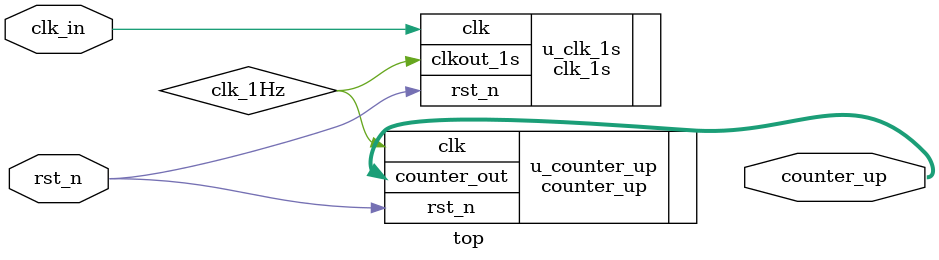
<source format=v>
`timescale 1ns/100ps

module top(
		input clk_in,
		input rst_n,
		output [3:0] counter_up
		);

        wire clk_1Hz;
		clk_1s u_clk_1s(.clk(clk_in), .rst_n(rst_n), .clkout_1s(clk_1Hz));
		counter_up u_counter_up(.clk(clk_1Hz), .rst_n(rst_n), .counter_out(counter_up));

endmodule
</source>
